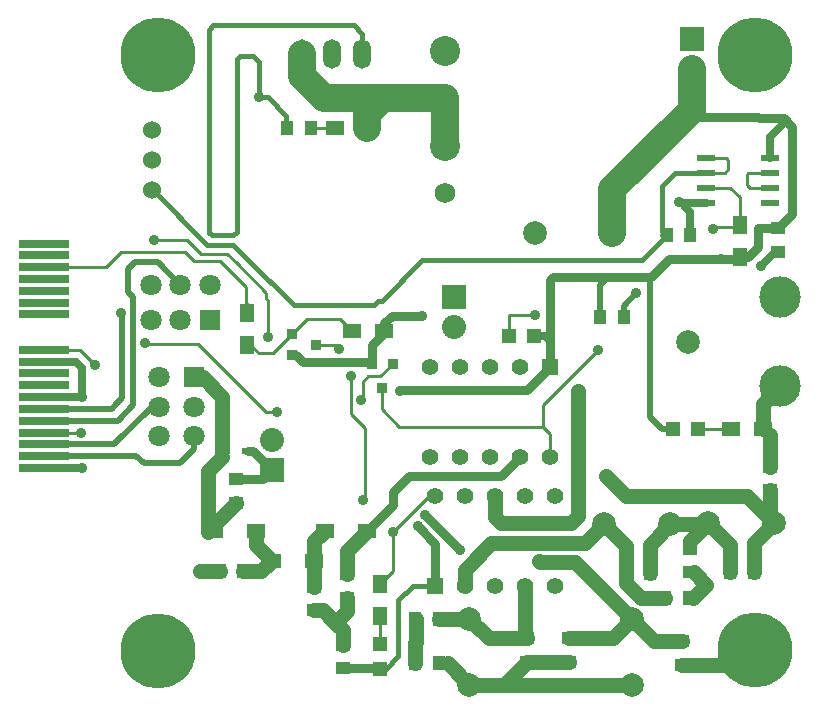
<source format=gtl>
%FSLAX46Y46*%
G04 Gerber Fmt 4.6, Leading zero omitted, Abs format (unit mm)*
G04 Created by KiCad (PCBNEW (2014-10-27 BZR 5228)-product) date 22/05/2015 08:20:28*
%MOMM*%
G01*
G04 APERTURE LIST*
%ADD10C,0.100000*%
%ADD11R,1.250000X1.000000*%
%ADD12R,1.000000X1.250000*%
%ADD13R,4.200000X0.700000*%
%ADD14R,1.397000X1.397000*%
%ADD15C,1.397000*%
%ADD16C,1.998980*%
%ADD17C,3.500000*%
%ADD18C,2.000000*%
%ADD19R,1.800000X1.800000*%
%ADD20C,1.800000*%
%ADD21C,2.540000*%
%ADD22C,1.727200*%
%ADD23R,1.550000X0.600000*%
%ADD24C,1.524000*%
%ADD25O,1.501140X2.499360*%
%ADD26R,1.500000X1.300000*%
%ADD27R,1.300000X1.500000*%
%ADD28R,1.198880X1.198880*%
%ADD29C,6.350000*%
%ADD30R,2.032000X2.032000*%
%ADD31O,2.032000X2.032000*%
%ADD32R,0.914400X0.914400*%
%ADD33R,1.000760X0.599440*%
%ADD34R,1.600200X1.198880*%
%ADD35C,0.889000*%
%ADD36C,0.780000*%
%ADD37C,1.270000*%
%ADD38C,0.635000*%
%ADD39C,0.254000*%
%ADD40C,0.508000*%
%ADD41C,0.381000*%
%ADD42C,2.400000*%
G04 APERTURE END LIST*
D10*
D11*
X190900000Y-76400000D03*
X190900000Y-74400000D03*
D12*
X189550000Y-83350000D03*
X187550000Y-83350000D03*
D11*
X184150000Y-81350000D03*
X184150000Y-83350000D03*
D12*
X182050000Y-85500000D03*
X184050000Y-85500000D03*
D11*
X173900000Y-90900000D03*
X173900000Y-88900000D03*
X170350000Y-88900000D03*
X170350000Y-90900000D03*
D12*
X162900000Y-91000000D03*
X160900000Y-91000000D03*
X152050000Y-45700000D03*
X150050000Y-45700000D03*
D11*
X191600000Y-54200000D03*
X191600000Y-56200000D03*
D13*
X129500000Y-74500000D03*
X129500000Y-73500000D03*
X129500000Y-72500000D03*
X129500000Y-71500000D03*
X129500000Y-70500000D03*
X129500000Y-69500000D03*
X129500000Y-68500000D03*
X129500000Y-67500000D03*
X129500000Y-66500000D03*
X129500000Y-65500000D03*
X129500000Y-64500000D03*
X129500000Y-61500000D03*
X129500000Y-60500000D03*
X129500000Y-59500000D03*
X129500000Y-58500000D03*
X129500000Y-57500000D03*
X129500000Y-56500000D03*
X129500000Y-55500000D03*
D14*
X162560000Y-84455000D03*
D15*
X165100000Y-84455000D03*
X167640000Y-84455000D03*
X170180000Y-84455000D03*
X172720000Y-84455000D03*
X172720000Y-76835000D03*
X170180000Y-76835000D03*
X167640000Y-76835000D03*
X165100000Y-76835000D03*
X162560000Y-76835000D03*
D14*
X172339000Y-65913000D03*
D15*
X169799000Y-65913000D03*
X167259000Y-65913000D03*
X164719000Y-65913000D03*
X162179000Y-65913000D03*
X162179000Y-73533000D03*
X164719000Y-73533000D03*
X167259000Y-73533000D03*
X169799000Y-73533000D03*
X172339000Y-73533000D03*
D16*
X191242000Y-79146000D03*
X185654000Y-79146000D03*
X182492000Y-79246000D03*
X176904000Y-79246000D03*
X165496000Y-87258000D03*
X165496000Y-92846000D03*
X179254000Y-92892000D03*
X179254000Y-87304000D03*
D17*
X191800000Y-67600000D03*
X191800000Y-60000000D03*
D18*
X184000000Y-63800000D03*
D19*
X142200000Y-66800000D03*
D20*
X142200000Y-69300000D03*
X139200000Y-66800000D03*
X142200000Y-71800000D03*
X139200000Y-71800000D03*
X139200000Y-69300000D03*
D19*
X143500000Y-62000000D03*
D20*
X141000000Y-62000000D03*
X143500000Y-59000000D03*
X138500000Y-62000000D03*
X138500000Y-59000000D03*
X141000000Y-59000000D03*
D21*
X163461700Y-39199300D03*
D22*
X163461700Y-43199300D03*
D21*
X163461700Y-47199300D03*
D22*
X163461700Y-51199300D03*
D23*
X185501300Y-48234600D03*
X185501300Y-49504600D03*
X185501300Y-50774600D03*
X185501300Y-52044600D03*
X190901300Y-52044600D03*
X190901300Y-50774600D03*
X190901300Y-49504600D03*
X190901300Y-48234600D03*
D24*
X138600000Y-48460000D03*
X138600000Y-45920000D03*
X138600000Y-51000000D03*
D25*
X153893520Y-39451280D03*
X156433520Y-39451280D03*
X151353520Y-39451280D03*
D11*
X154800000Y-89450000D03*
X154800000Y-91450000D03*
D12*
X184200000Y-54800000D03*
X182200000Y-54800000D03*
D16*
X177599460Y-54600000D03*
X171000540Y-54600000D03*
D12*
X162900000Y-87250000D03*
X160900000Y-87250000D03*
D26*
X156850000Y-45700000D03*
X154150000Y-45700000D03*
D27*
X188400000Y-53950000D03*
X188400000Y-56650000D03*
D12*
X176550000Y-61700000D03*
X178550000Y-61700000D03*
D27*
X146700000Y-64050000D03*
X146700000Y-61350000D03*
D28*
X157900000Y-91499020D03*
X157900000Y-89400980D03*
X170949020Y-63300000D03*
X168850980Y-63300000D03*
X182750980Y-71200000D03*
X184849020Y-71200000D03*
D27*
X157950000Y-84300000D03*
X157950000Y-87000000D03*
D26*
X190350000Y-71200000D03*
X187650000Y-71200000D03*
D29*
X189700000Y-39500000D03*
X139100000Y-39500000D03*
X189700000Y-89900000D03*
X139100000Y-90000000D03*
D30*
X164150000Y-60000000D03*
D31*
X164150000Y-62540000D03*
D30*
X184300000Y-38200000D03*
D31*
X184300000Y-40740000D03*
D32*
X157211000Y-65684000D03*
X158989000Y-65684000D03*
X158100000Y-67716000D03*
X150484000Y-64939000D03*
X150484000Y-63161000D03*
X152516000Y-64050000D03*
D26*
X158250000Y-62900000D03*
X155550000Y-62900000D03*
D33*
X146749820Y-73100000D03*
X144550180Y-73100000D03*
D11*
X155100000Y-83500000D03*
X155100000Y-85500000D03*
X152350000Y-84550000D03*
X152350000Y-86550000D03*
D12*
X146350000Y-83250000D03*
X144350000Y-83250000D03*
D11*
X145750000Y-77450000D03*
X145750000Y-75450000D03*
D12*
X180750000Y-83400000D03*
X178750000Y-83400000D03*
D11*
X183500000Y-89150000D03*
X183500000Y-91150000D03*
D34*
X156850860Y-79800000D03*
X153249140Y-79800000D03*
X152350860Y-82350000D03*
X148749140Y-82350000D03*
X147450860Y-79800000D03*
X143849140Y-79800000D03*
D30*
X148800000Y-74700000D03*
D31*
X148800000Y-72160000D03*
D35*
X185550000Y-84400000D03*
X160950000Y-89250000D03*
X154150000Y-87600000D03*
X142600000Y-83300000D03*
X161450000Y-61600000D03*
X190200000Y-57400000D03*
X183200000Y-52000000D03*
X132700000Y-68500000D03*
X132700000Y-74500000D03*
X132600000Y-71500000D03*
X179600000Y-59700000D03*
X171400000Y-82400000D03*
X147700000Y-43100000D03*
X136000000Y-61400000D03*
X138800000Y-55200000D03*
X148400000Y-63400000D03*
X161700000Y-78450000D03*
X164700000Y-81450000D03*
X174700000Y-67950000D03*
X159600000Y-67950000D03*
X161100000Y-79450000D03*
X177050000Y-75200000D03*
X133800000Y-65800000D03*
X149200000Y-69750000D03*
X138050000Y-63950000D03*
X186100000Y-54250000D03*
X176400000Y-64500000D03*
X171000000Y-61550000D03*
X156450000Y-77250000D03*
X159000000Y-79900000D03*
X154450000Y-64400000D03*
X155450000Y-66750000D03*
X156300000Y-68750000D03*
D36*
X184050000Y-85500000D02*
X184450000Y-85500000D01*
D37*
X184450000Y-85500000D02*
X185550000Y-84400000D01*
D36*
X184150000Y-83350000D02*
X184500000Y-83350000D01*
D37*
X184500000Y-83350000D02*
X185550000Y-84400000D01*
X190900000Y-74400000D02*
X190900000Y-71750000D01*
D36*
X190900000Y-71750000D02*
X190350000Y-71200000D01*
D37*
X160950000Y-87300000D02*
X160950000Y-89250000D01*
D36*
X160900000Y-89300000D02*
X160950000Y-89250000D01*
D37*
X160900000Y-89300000D02*
X160900000Y-91000000D01*
D36*
X160950000Y-87300000D02*
X160900000Y-87250000D01*
D37*
X183500000Y-91150000D02*
X188450000Y-91150000D01*
D36*
X188450000Y-91150000D02*
X189700000Y-89900000D01*
D37*
X154800000Y-89450000D02*
X154800000Y-88250000D01*
X154800000Y-88250000D02*
X154150000Y-87600000D01*
X155100000Y-85500000D02*
X155100000Y-86650000D01*
X153100000Y-86550000D02*
X154150000Y-87600000D01*
X153100000Y-86550000D02*
X152350000Y-86550000D01*
X155100000Y-86650000D02*
X154150000Y-87600000D01*
X144350000Y-83250000D02*
X142650000Y-83250000D01*
D36*
X142650000Y-83250000D02*
X142600000Y-83300000D01*
X158900000Y-61600000D02*
X161450000Y-61600000D01*
D38*
X191600000Y-56200000D02*
X191400000Y-56200000D01*
X191400000Y-56200000D02*
X190200000Y-57400000D01*
X183200000Y-52000000D02*
X183400000Y-52000000D01*
X183244600Y-52044600D02*
X183200000Y-52000000D01*
X185501300Y-52044600D02*
X183244600Y-52044600D01*
X184200000Y-52800000D02*
X184200000Y-54800000D01*
X183400000Y-52000000D02*
X184200000Y-52800000D01*
X132600000Y-68500000D02*
X129500000Y-68500000D01*
X132700000Y-68400000D02*
X132600000Y-68500000D01*
X132700000Y-66000000D02*
X132700000Y-68400000D01*
X132200000Y-65500000D02*
X132700000Y-66000000D01*
X129500000Y-65500000D02*
X132200000Y-65500000D01*
X132700000Y-68500000D02*
X132600000Y-68500000D01*
X129500000Y-74500000D02*
X132700000Y-74500000D01*
D39*
X129500000Y-71500000D02*
X132600000Y-71500000D01*
D36*
X157077000Y-65550000D02*
X157211000Y-65684000D01*
X151400000Y-65550000D02*
X150789000Y-64939000D01*
X151400000Y-65550000D02*
X154450000Y-65550000D01*
X157077000Y-65550000D02*
X154450000Y-65550000D01*
X157211000Y-64089000D02*
X157211000Y-65684000D01*
X158250000Y-63050000D02*
X157211000Y-64089000D01*
X158250000Y-62900000D02*
X158250000Y-63050000D01*
X158250000Y-62250000D02*
X158900000Y-61600000D01*
X158250000Y-62900000D02*
X158250000Y-62250000D01*
D40*
X178550000Y-60750000D02*
X179600000Y-59700000D01*
X178550000Y-61700000D02*
X178550000Y-60750000D01*
D37*
X190350000Y-69050000D02*
X191800000Y-67600000D01*
X190350000Y-71200000D02*
X190350000Y-69050000D01*
D36*
X148050000Y-75450000D02*
X148800000Y-74700000D01*
X147200000Y-73100000D02*
X148800000Y-74700000D01*
X146749820Y-73100000D02*
X147200000Y-73100000D01*
X148050000Y-75450000D02*
X148800000Y-74700000D01*
X145750000Y-75450000D02*
X148050000Y-75450000D01*
X162900000Y-91000000D02*
X163650000Y-91000000D01*
D37*
X163650000Y-91000000D02*
X165496000Y-92846000D01*
X173900000Y-90900000D02*
X170350000Y-90900000D01*
D36*
X165496000Y-92846000D02*
X168404000Y-92846000D01*
D37*
X168404000Y-92846000D02*
X170350000Y-90900000D01*
D36*
X179208000Y-92846000D02*
X179254000Y-92892000D01*
D37*
X165496000Y-92846000D02*
X179208000Y-92846000D01*
X173900000Y-88900000D02*
X177658000Y-88900000D01*
X177658000Y-88900000D02*
X179254000Y-87304000D01*
X183500000Y-89150000D02*
X181100000Y-89150000D01*
X181100000Y-89150000D02*
X179254000Y-87304000D01*
X171400000Y-82400000D02*
X171500000Y-82500000D01*
X171500000Y-82500000D02*
X174450000Y-82500000D01*
X174450000Y-82500000D02*
X179254000Y-87304000D01*
X162900000Y-87250000D02*
X165488000Y-87250000D01*
D36*
X165488000Y-87250000D02*
X165496000Y-87258000D01*
D37*
X170350000Y-88900000D02*
X167138000Y-88900000D01*
X167138000Y-88900000D02*
X165496000Y-87258000D01*
X170180000Y-84455000D02*
X170180000Y-88730000D01*
D36*
X170180000Y-88730000D02*
X170350000Y-88900000D01*
D39*
X152050000Y-45700000D02*
X154150000Y-45700000D01*
D41*
X145800000Y-40000000D02*
X145800000Y-39900000D01*
X156433520Y-37733520D02*
X155700000Y-37000000D01*
X155700000Y-37000000D02*
X143800000Y-37000000D01*
X143800000Y-37000000D02*
X143400000Y-37400000D01*
X145800000Y-54500000D02*
X145800000Y-40000000D01*
X156433520Y-37733520D02*
X156433520Y-39451280D01*
X146100000Y-39600000D02*
X147200000Y-39600000D01*
X147200000Y-39600000D02*
X147700000Y-40100000D01*
X145800000Y-39900000D02*
X146100000Y-39600000D01*
X147700000Y-43100000D02*
X147700000Y-40100000D01*
X143500000Y-54600000D02*
X143700000Y-54800000D01*
X143700000Y-54800000D02*
X145500000Y-54800000D01*
X145500000Y-54800000D02*
X145800000Y-54500000D01*
X143400000Y-54600000D02*
X143500000Y-54600000D01*
X143400000Y-37400000D02*
X143400000Y-54600000D01*
X150000000Y-45650000D02*
X150050000Y-45700000D01*
X148400000Y-43100000D02*
X147700000Y-43100000D01*
X148400000Y-43100000D02*
X150000000Y-44700000D01*
X150000000Y-45650000D02*
X150000000Y-44700000D01*
D40*
X137000000Y-73500000D02*
X137300000Y-73500000D01*
X132900000Y-73500000D02*
X137000000Y-73500000D01*
X129500000Y-73500000D02*
X132900000Y-73500000D01*
X137900000Y-74100000D02*
X141000000Y-74100000D01*
X137300000Y-73500000D02*
X137900000Y-74100000D01*
X142200000Y-71800000D02*
X142200000Y-72900000D01*
X141000000Y-74100000D02*
X142200000Y-72900000D01*
X134000000Y-72500000D02*
X135400000Y-72500000D01*
X129500000Y-72500000D02*
X134000000Y-72500000D01*
X135400000Y-72500000D02*
X138600000Y-69300000D01*
X138600000Y-69300000D02*
X139200000Y-69300000D01*
X137000000Y-60600000D02*
X137000000Y-60000000D01*
X137000000Y-69050000D02*
X137000000Y-60600000D01*
X137000000Y-69200000D02*
X137000000Y-69050000D01*
X135700000Y-70500000D02*
X137000000Y-69200000D01*
X135450000Y-70500000D02*
X135700000Y-70500000D01*
X137000000Y-60000000D02*
X136600000Y-59600000D01*
X136600000Y-59600000D02*
X136600000Y-57650000D01*
X136600000Y-57650000D02*
X137150000Y-57100000D01*
X137150000Y-57100000D02*
X139100000Y-57100000D01*
X139100000Y-57100000D02*
X141000000Y-59000000D01*
X129500000Y-70500000D02*
X135450000Y-70500000D01*
D39*
X135450000Y-70500000D02*
X135600000Y-70500000D01*
D40*
X136100000Y-68600000D02*
X136100000Y-61500000D01*
X135600000Y-69100000D02*
X136100000Y-68600000D01*
X135200000Y-69500000D02*
X135600000Y-69100000D01*
X129500000Y-69500000D02*
X135200000Y-69500000D01*
X136100000Y-61500000D02*
X136000000Y-61400000D01*
D39*
X142750000Y-56400000D02*
X142750000Y-56350000D01*
X141600000Y-55200000D02*
X138800000Y-55200000D01*
X142750000Y-56350000D02*
X141600000Y-55200000D01*
X145000000Y-56400000D02*
X142750000Y-56400000D01*
X148400000Y-63400000D02*
X148400000Y-60300000D01*
X148400000Y-60300000D02*
X148300000Y-60200000D01*
X148300000Y-60200000D02*
X148300000Y-59700000D01*
X145700000Y-57100000D02*
X145000000Y-56400000D01*
X148300000Y-59700000D02*
X145700000Y-57100000D01*
D36*
X164700000Y-81450000D02*
X161700000Y-78450000D01*
D42*
X163461700Y-43199300D02*
X163461700Y-47199300D01*
X151353520Y-39451280D02*
X151353520Y-41353520D01*
X153199300Y-43199300D02*
X155499300Y-43199300D01*
X158150700Y-43199300D02*
X163461700Y-43199300D01*
X155499300Y-43199300D02*
X158150700Y-43199300D01*
X151353520Y-41353520D02*
X153199300Y-43199300D01*
X156850000Y-44500000D02*
X158150700Y-43199300D01*
X156850000Y-45700000D02*
X156850000Y-44500000D01*
D39*
X190901300Y-50774600D02*
X189225400Y-50774600D01*
X189095400Y-49504600D02*
X190901300Y-49504600D01*
X189000000Y-49600000D02*
X189095400Y-49504600D01*
X189000000Y-50549200D02*
X189000000Y-49600000D01*
X189225400Y-50774600D02*
X189000000Y-50549200D01*
D41*
X138600000Y-51000000D02*
X138700000Y-51000000D01*
X138700000Y-51000000D02*
X143300000Y-55600000D01*
X182200000Y-54800000D02*
X181800000Y-54800000D01*
D39*
X187400000Y-48400000D02*
X187234600Y-48234600D01*
X187400000Y-49209200D02*
X187400000Y-48400000D01*
X185501300Y-49504600D02*
X187104600Y-49504600D01*
X187234600Y-48234600D02*
X185501300Y-48234600D01*
X187104600Y-49504600D02*
X187400000Y-49209200D01*
X181800000Y-54400000D02*
X182200000Y-54800000D01*
D41*
X181800000Y-50600000D02*
X181800000Y-54400000D01*
X182895400Y-49504600D02*
X181800000Y-50600000D01*
X185501300Y-49504600D02*
X182895400Y-49504600D01*
X145500000Y-55600000D02*
X143300000Y-55600000D01*
X182200000Y-54800000D02*
X180100000Y-56900000D01*
X171800000Y-56900000D02*
X180100000Y-56900000D01*
X157400000Y-60700000D02*
X157750000Y-60350000D01*
X150600000Y-60700000D02*
X157400000Y-60700000D01*
X146600000Y-56700000D02*
X150600000Y-60700000D01*
X146600000Y-56700000D02*
X145500000Y-55600000D01*
X158050000Y-60350000D02*
X161500000Y-56900000D01*
X161500000Y-56900000D02*
X171800000Y-56900000D01*
X157750000Y-60350000D02*
X158050000Y-60350000D01*
D37*
X167640000Y-78660000D02*
X168180000Y-79200000D01*
X168180000Y-79200000D02*
X174050000Y-79200000D01*
X174050000Y-79200000D02*
X174700000Y-78550000D01*
X174700000Y-72300000D02*
X174700000Y-72200000D01*
X174700000Y-78550000D02*
X174700000Y-72300000D01*
X167640000Y-76835000D02*
X167640000Y-78660000D01*
X174700000Y-72300000D02*
X174700000Y-67950000D01*
D36*
X154800000Y-91450000D02*
X157850980Y-91450000D01*
X157850980Y-91450000D02*
X157900000Y-91499020D01*
D41*
X157900000Y-91499020D02*
X158400980Y-91499020D01*
X159450000Y-85700000D02*
X160695000Y-84455000D01*
X159450000Y-90450000D02*
X159450000Y-85700000D01*
X158400980Y-91499020D02*
X159450000Y-90450000D01*
X160695000Y-84455000D02*
X162560000Y-84455000D01*
D36*
X159600000Y-67950000D02*
X159650000Y-67900000D01*
X159650000Y-67900000D02*
X162400000Y-67900000D01*
X170352000Y-67900000D02*
X172339000Y-65913000D01*
X162400000Y-67900000D02*
X170352000Y-67900000D01*
D38*
X170949020Y-63300000D02*
X171900000Y-63300000D01*
X171900000Y-63300000D02*
X172339000Y-63739000D01*
X172339000Y-63800000D02*
X172339000Y-63739000D01*
D36*
X172339000Y-63739000D02*
X172339000Y-58561000D01*
X177250000Y-58300000D02*
X180800000Y-58300000D01*
X173200000Y-58300000D02*
X177250000Y-58300000D01*
X172600000Y-58300000D02*
X173200000Y-58300000D01*
X172339000Y-58561000D02*
X172600000Y-58300000D01*
D38*
X172339000Y-63639000D02*
X172339000Y-63800000D01*
D36*
X172339000Y-63800000D02*
X172339000Y-65913000D01*
D39*
X172313000Y-65913000D02*
X172339000Y-65913000D01*
D36*
X191600000Y-54200000D02*
X192800000Y-53000000D01*
X192800000Y-45598740D02*
X192100000Y-44898740D01*
X192800000Y-53000000D02*
X192800000Y-45598740D01*
D38*
X192100000Y-44898740D02*
X192401260Y-45200000D01*
X190901300Y-48234600D02*
X190901300Y-46498700D01*
X190901300Y-46498700D02*
X192200000Y-45200000D01*
X192200000Y-45200000D02*
X192401260Y-45200000D01*
X186800000Y-56800000D02*
X186800000Y-56750000D01*
X189050000Y-56650000D02*
X188400000Y-56650000D01*
D36*
X189900000Y-55800000D02*
X189050000Y-56650000D01*
X189900000Y-54200000D02*
X189900000Y-55800000D01*
X191600000Y-54200000D02*
X189900000Y-54200000D01*
D38*
X188250000Y-56800000D02*
X188400000Y-56650000D01*
D36*
X186900000Y-56800000D02*
X188250000Y-56800000D01*
X186800000Y-56800000D02*
X186900000Y-56800000D01*
D42*
X177599460Y-50900540D02*
X177599460Y-54600000D01*
X184300000Y-44200000D02*
X183800000Y-44700000D01*
X177599460Y-50900540D02*
X183800000Y-44700000D01*
X184300000Y-40740000D02*
X184300000Y-44200000D01*
D38*
X189998200Y-44898740D02*
X189899460Y-44800000D01*
D36*
X192100000Y-44898740D02*
X189998200Y-44898740D01*
X187300000Y-44800000D02*
X189899460Y-44800000D01*
X187300000Y-44800000D02*
X184900000Y-44800000D01*
D40*
X182750980Y-71200000D02*
X182750980Y-70850980D01*
X176550000Y-59000000D02*
X177250000Y-58300000D01*
X176550000Y-61700000D02*
X176550000Y-59000000D01*
X180800000Y-58300000D02*
X180800000Y-58300000D01*
X180800000Y-68900000D02*
X180800000Y-58300000D01*
X180800000Y-70200000D02*
X180800000Y-68900000D01*
X181800000Y-71200000D02*
X180800000Y-70200000D01*
X182750980Y-71200000D02*
X181800000Y-71200000D01*
D36*
X182400000Y-56800000D02*
X180900000Y-58300000D01*
X180900000Y-58300000D02*
X180800000Y-58300000D01*
X186900000Y-56800000D02*
X182400000Y-56800000D01*
X161100000Y-79450000D02*
X162560000Y-80910000D01*
X162560000Y-80910000D02*
X162560000Y-84455000D01*
D37*
X188996000Y-76900000D02*
X191242000Y-79146000D01*
X178750000Y-76900000D02*
X188996000Y-76900000D01*
X177050000Y-75200000D02*
X178750000Y-76900000D01*
X190900000Y-76400000D02*
X190900000Y-78804000D01*
D36*
X190900000Y-78804000D02*
X191242000Y-79146000D01*
D37*
X189550000Y-83350000D02*
X189550000Y-80838000D01*
X189550000Y-80838000D02*
X191242000Y-79146000D01*
D39*
X132500000Y-64500000D02*
X133800000Y-65800000D01*
X129500000Y-64500000D02*
X132500000Y-64500000D01*
X138100000Y-64000000D02*
X138050000Y-63950000D01*
X138100000Y-64000000D02*
X142550000Y-64000000D01*
X142550000Y-64000000D02*
X148300000Y-69750000D01*
X148300000Y-69750000D02*
X149200000Y-69750000D01*
X188250000Y-54100000D02*
X188400000Y-53950000D01*
X172339000Y-71661000D02*
X172339000Y-73533000D01*
X188400000Y-51600000D02*
X187574600Y-50774600D01*
X187574600Y-50774600D02*
X185501300Y-50774600D01*
X188400000Y-53950000D02*
X188400000Y-51600000D01*
X158100000Y-69550000D02*
X159550000Y-71000000D01*
X159550000Y-71000000D02*
X171678000Y-71000000D01*
X171714000Y-71036000D02*
X172339000Y-71661000D01*
X171678000Y-71000000D02*
X171714000Y-71036000D01*
X158100000Y-67716000D02*
X158100000Y-69550000D01*
X171714000Y-69186000D02*
X176450000Y-64450000D01*
X171714000Y-71036000D02*
X171714000Y-69186000D01*
X186100000Y-54250000D02*
X186250000Y-54100000D01*
X186250000Y-54100000D02*
X186800000Y-54100000D01*
X186800000Y-54100000D02*
X188250000Y-54100000D01*
X176400000Y-64500000D02*
X176450000Y-64450000D01*
X138600000Y-56250000D02*
X141450000Y-56250000D01*
X141450000Y-56250000D02*
X142150000Y-56950000D01*
X135950000Y-56250000D02*
X135250000Y-56950000D01*
X138600000Y-56250000D02*
X135950000Y-56250000D01*
X134050000Y-57500000D02*
X134700000Y-57500000D01*
X144350000Y-56950000D02*
X144900000Y-57500000D01*
X142150000Y-56950000D02*
X144350000Y-56950000D01*
X134700000Y-57500000D02*
X135250000Y-56950000D01*
X129500000Y-57500000D02*
X134050000Y-57500000D01*
D38*
X146700000Y-61350000D02*
X146700000Y-60900000D01*
D39*
X146600000Y-61250000D02*
X146700000Y-61350000D01*
X146600000Y-61250000D02*
X146700000Y-61350000D01*
X146600000Y-59200000D02*
X144900000Y-57500000D01*
X146600000Y-61250000D02*
X146600000Y-59200000D01*
X157900000Y-89400980D02*
X157900000Y-87050000D01*
X157900000Y-87050000D02*
X157950000Y-87000000D01*
X168850980Y-63300000D02*
X168850980Y-61549020D01*
X170999020Y-61549020D02*
X171000000Y-61550000D01*
X168850980Y-61549020D02*
X170999020Y-61549020D01*
X184849020Y-71200000D02*
X187650000Y-71200000D01*
X159000000Y-79900000D02*
X159000000Y-83250000D01*
X159000000Y-83250000D02*
X157950000Y-84300000D01*
X162560000Y-76835000D02*
X162065000Y-76835000D01*
X162065000Y-76835000D02*
X159000000Y-79900000D01*
X156650000Y-71850000D02*
X156650000Y-71800000D01*
X156650000Y-77050000D02*
X156650000Y-71850000D01*
X156450000Y-77250000D02*
X156650000Y-77050000D01*
X152516000Y-64050000D02*
X154100000Y-64050000D01*
X154100000Y-64050000D02*
X154450000Y-64400000D01*
X156650000Y-71150000D02*
X155450000Y-69950000D01*
X155450000Y-69950000D02*
X155450000Y-66750000D01*
X156650000Y-71850000D02*
X156650000Y-71150000D01*
X156300000Y-68750000D02*
X156450000Y-68600000D01*
X156450000Y-68600000D02*
X156450000Y-67200000D01*
X156450000Y-67200000D02*
X156900000Y-66750000D01*
X156900000Y-66750000D02*
X157923000Y-66750000D01*
X157923000Y-66750000D02*
X158989000Y-65684000D01*
X146700000Y-64050000D02*
X147050000Y-64050000D01*
X147650000Y-64750000D02*
X148895000Y-64750000D01*
X148895000Y-64750000D02*
X150484000Y-63161000D01*
X146950000Y-64050000D02*
X147650000Y-64750000D01*
X146700000Y-64050000D02*
X146950000Y-64050000D01*
X151750000Y-61900000D02*
X154550000Y-61900000D01*
X154550000Y-61900000D02*
X155550000Y-62900000D01*
X150489000Y-63161000D02*
X151750000Y-61900000D01*
X150484000Y-63161000D02*
X150489000Y-63161000D01*
D37*
X187550000Y-83350000D02*
X187550000Y-81042000D01*
X187550000Y-81042000D02*
X185654000Y-79146000D01*
X180750000Y-83400000D02*
X180750000Y-80988000D01*
X180750000Y-80988000D02*
X182492000Y-79246000D01*
D36*
X184150000Y-81350000D02*
X184150000Y-80650000D01*
D37*
X184150000Y-80650000D02*
X185654000Y-79146000D01*
D36*
X185554000Y-79246000D02*
X185654000Y-79146000D01*
D37*
X182492000Y-79246000D02*
X185554000Y-79246000D01*
X178750000Y-83400000D02*
X178750000Y-81092000D01*
X178750000Y-81092000D02*
X176904000Y-79246000D01*
X167350000Y-80850000D02*
X165100000Y-83100000D01*
X165100000Y-83100000D02*
X165100000Y-84455000D01*
X176904000Y-79246000D02*
X175300000Y-80850000D01*
X168000000Y-80850000D02*
X175300000Y-80850000D01*
X168000000Y-80850000D02*
X167350000Y-80850000D01*
X178750000Y-84250000D02*
X180000000Y-85500000D01*
X180000000Y-85500000D02*
X182050000Y-85500000D01*
X178750000Y-83400000D02*
X178750000Y-84250000D01*
D36*
X158200000Y-78450860D02*
X158200000Y-78450000D01*
X169799000Y-73533000D02*
X168182000Y-75150000D01*
X160400000Y-75150000D02*
X168182000Y-75150000D01*
X159050000Y-76500000D02*
X160400000Y-75150000D01*
X159050000Y-77150000D02*
X159050000Y-76500000D01*
X158200000Y-78450860D02*
X156850860Y-79800000D01*
X159050000Y-77600000D02*
X159050000Y-77150000D01*
X158200000Y-78450000D02*
X159050000Y-77600000D01*
D37*
X155100000Y-83500000D02*
X155100000Y-81550860D01*
X155100000Y-81550860D02*
X156850860Y-79800000D01*
X152350000Y-84550000D02*
X152350000Y-82350860D01*
D36*
X152350000Y-82350860D02*
X152350860Y-82350000D01*
D37*
X152350860Y-82350000D02*
X152350860Y-80698280D01*
X152350860Y-80698280D02*
X153249140Y-79800000D01*
X146350000Y-83250000D02*
X147849140Y-83250000D01*
X147849140Y-83250000D02*
X148749140Y-82350000D01*
X147450860Y-79800000D02*
X147450860Y-81051720D01*
X147450860Y-81051720D02*
X148749140Y-82350000D01*
D36*
X143849140Y-79800000D02*
X143849140Y-79350860D01*
D37*
X143849140Y-79350860D02*
X145750000Y-77450000D01*
X144550180Y-68450180D02*
X144550180Y-73100000D01*
X142900000Y-66800000D02*
X144550180Y-68450180D01*
D36*
X142200000Y-66800000D02*
X142900000Y-66800000D01*
D37*
X144550180Y-73549820D02*
X143346000Y-74754000D01*
X143346000Y-74754000D02*
X143346000Y-79954000D01*
D36*
X144550180Y-73100000D02*
X144550180Y-73549820D01*
M02*

</source>
